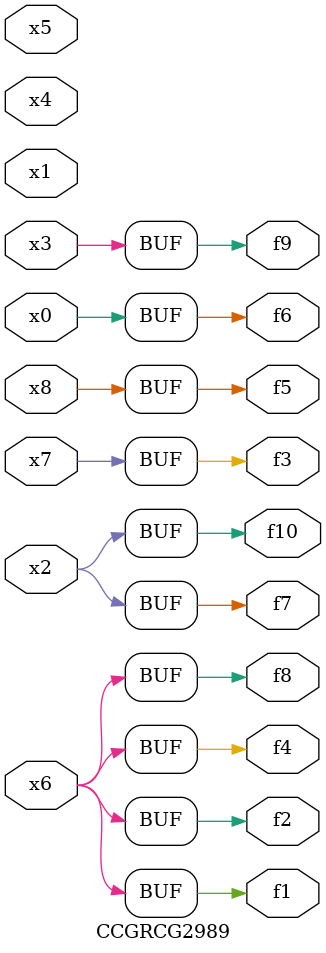
<source format=v>
module CCGRCG2989(
	input x0, x1, x2, x3, x4, x5, x6, x7, x8,
	output f1, f2, f3, f4, f5, f6, f7, f8, f9, f10
);
	assign f1 = x6;
	assign f2 = x6;
	assign f3 = x7;
	assign f4 = x6;
	assign f5 = x8;
	assign f6 = x0;
	assign f7 = x2;
	assign f8 = x6;
	assign f9 = x3;
	assign f10 = x2;
endmodule

</source>
